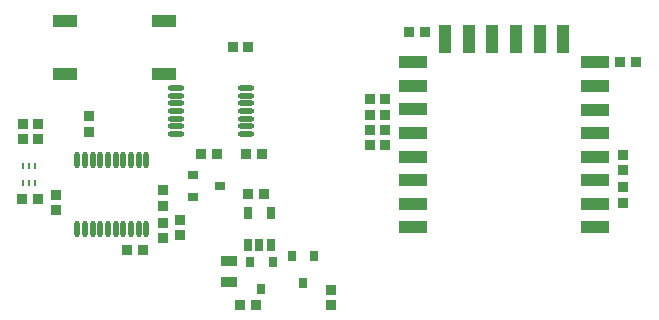
<source format=gbr>
%TF.GenerationSoftware,Altium Limited,Altium Designer,20.1.8 (145)*%
G04 Layer_Color=12040119*
%FSLAX45Y45*%
%MOMM*%
%TF.SameCoordinates,106D5BB1-83B8-4C97-8579-1C7B844FC3FF*%
%TF.FilePolarity,Positive*%
%TF.FileFunction,Paste,Top*%
%TF.Part,Single*%
G01*
G75*
%TA.AperFunction,SMDPad,CuDef*%
%ADD10O,1.40000X0.45000*%
G04:AMPARAMS|DCode=11|XSize=0.85mm|YSize=0.9mm|CornerRadius=0.0425mm|HoleSize=0mm|Usage=FLASHONLY|Rotation=270.000|XOffset=0mm|YOffset=0mm|HoleType=Round|Shape=RoundedRectangle|*
%AMROUNDEDRECTD11*
21,1,0.85000,0.81500,0,0,270.0*
21,1,0.76500,0.90000,0,0,270.0*
1,1,0.08500,-0.40750,-0.38250*
1,1,0.08500,-0.40750,0.38250*
1,1,0.08500,0.40750,0.38250*
1,1,0.08500,0.40750,-0.38250*
%
%ADD11ROUNDEDRECTD11*%
G04:AMPARAMS|DCode=13|XSize=0.6mm|YSize=0.9mm|CornerRadius=0.03mm|HoleSize=0mm|Usage=FLASHONLY|Rotation=90.000|XOffset=0mm|YOffset=0mm|HoleType=Round|Shape=RoundedRectangle|*
%AMROUNDEDRECTD13*
21,1,0.60000,0.84000,0,0,90.0*
21,1,0.54000,0.90000,0,0,90.0*
1,1,0.06000,0.42000,0.27000*
1,1,0.06000,0.42000,-0.27000*
1,1,0.06000,-0.42000,-0.27000*
1,1,0.06000,-0.42000,0.27000*
%
%ADD13ROUNDEDRECTD13*%
G04:AMPARAMS|DCode=14|XSize=0.6mm|YSize=0.9mm|CornerRadius=0.03mm|HoleSize=0mm|Usage=FLASHONLY|Rotation=0.000|XOffset=0mm|YOffset=0mm|HoleType=Round|Shape=RoundedRectangle|*
%AMROUNDEDRECTD14*
21,1,0.60000,0.84000,0,0,0.0*
21,1,0.54000,0.90000,0,0,0.0*
1,1,0.06000,0.27000,-0.42000*
1,1,0.06000,-0.27000,-0.42000*
1,1,0.06000,-0.27000,0.42000*
1,1,0.06000,0.27000,0.42000*
%
%ADD14ROUNDEDRECTD14*%
G04:AMPARAMS|DCode=15|XSize=0.25mm|YSize=0.55mm|CornerRadius=0.0125mm|HoleSize=0mm|Usage=FLASHONLY|Rotation=0.000|XOffset=0mm|YOffset=0mm|HoleType=Round|Shape=RoundedRectangle|*
%AMROUNDEDRECTD15*
21,1,0.25000,0.52500,0,0,0.0*
21,1,0.22500,0.55000,0,0,0.0*
1,1,0.02500,0.11250,-0.26250*
1,1,0.02500,-0.11250,-0.26250*
1,1,0.02500,-0.11250,0.26250*
1,1,0.02500,0.11250,0.26250*
%
%ADD15ROUNDEDRECTD15*%
G04:AMPARAMS|DCode=16|XSize=1.275mm|YSize=0.9mm|CornerRadius=0.045mm|HoleSize=0mm|Usage=FLASHONLY|Rotation=180.000|XOffset=0mm|YOffset=0mm|HoleType=Round|Shape=RoundedRectangle|*
%AMROUNDEDRECTD16*
21,1,1.27500,0.81000,0,0,180.0*
21,1,1.18500,0.90000,0,0,180.0*
1,1,0.09000,-0.59250,0.40500*
1,1,0.09000,0.59250,0.40500*
1,1,0.09000,0.59250,-0.40500*
1,1,0.09000,-0.59250,-0.40500*
%
%ADD16ROUNDEDRECTD16*%
G04:AMPARAMS|DCode=17|XSize=0.85mm|YSize=0.85mm|CornerRadius=0.0425mm|HoleSize=0mm|Usage=FLASHONLY|Rotation=90.000|XOffset=0mm|YOffset=0mm|HoleType=Round|Shape=RoundedRectangle|*
%AMROUNDEDRECTD17*
21,1,0.85000,0.76500,0,0,90.0*
21,1,0.76500,0.85000,0,0,90.0*
1,1,0.08500,0.38250,0.38250*
1,1,0.08500,0.38250,-0.38250*
1,1,0.08500,-0.38250,-0.38250*
1,1,0.08500,-0.38250,0.38250*
%
%ADD17ROUNDEDRECTD17*%
G04:AMPARAMS|DCode=18|XSize=0.85mm|YSize=0.85mm|CornerRadius=0.0425mm|HoleSize=0mm|Usage=FLASHONLY|Rotation=0.000|XOffset=0mm|YOffset=0mm|HoleType=Round|Shape=RoundedRectangle|*
%AMROUNDEDRECTD18*
21,1,0.85000,0.76500,0,0,0.0*
21,1,0.76500,0.85000,0,0,0.0*
1,1,0.08500,0.38250,-0.38250*
1,1,0.08500,-0.38250,-0.38250*
1,1,0.08500,-0.38250,0.38250*
1,1,0.08500,0.38250,0.38250*
%
%ADD18ROUNDEDRECTD18*%
%ADD19O,0.45000X1.40000*%
%TA.AperFunction,ConnectorPad*%
G04:AMPARAMS|DCode=20|XSize=1.1mm|YSize=2.3mm|CornerRadius=0.0055mm|HoleSize=0mm|Usage=FLASHONLY|Rotation=270.000|XOffset=0mm|YOffset=0mm|HoleType=Round|Shape=RoundedRectangle|*
%AMROUNDEDRECTD20*
21,1,1.10000,2.28900,0,0,270.0*
21,1,1.08900,2.30000,0,0,270.0*
1,1,0.01100,-1.14450,-0.54450*
1,1,0.01100,-1.14450,0.54450*
1,1,0.01100,1.14450,0.54450*
1,1,0.01100,1.14450,-0.54450*
%
%ADD20ROUNDEDRECTD20*%
G04:AMPARAMS|DCode=21|XSize=1.1mm|YSize=2.3mm|CornerRadius=0.0055mm|HoleSize=0mm|Usage=FLASHONLY|Rotation=0.000|XOffset=0mm|YOffset=0mm|HoleType=Round|Shape=RoundedRectangle|*
%AMROUNDEDRECTD21*
21,1,1.10000,2.28900,0,0,0.0*
21,1,1.08900,2.30000,0,0,0.0*
1,1,0.01100,0.54450,-1.14450*
1,1,0.01100,-0.54450,-1.14450*
1,1,0.01100,-0.54450,1.14450*
1,1,0.01100,0.54450,1.14450*
%
%ADD21ROUNDEDRECTD21*%
%TA.AperFunction,SMDPad,CuDef*%
G04:AMPARAMS|DCode=22|XSize=2.1mm|YSize=1mm|CornerRadius=0.05mm|HoleSize=0mm|Usage=FLASHONLY|Rotation=180.000|XOffset=0mm|YOffset=0mm|HoleType=Round|Shape=RoundedRectangle|*
%AMROUNDEDRECTD22*
21,1,2.10000,0.90000,0,0,180.0*
21,1,2.00000,1.00000,0,0,180.0*
1,1,0.10000,-1.00000,0.45000*
1,1,0.10000,1.00000,0.45000*
1,1,0.10000,1.00000,-0.45000*
1,1,0.10000,-1.00000,-0.45000*
%
%ADD22ROUNDEDRECTD22*%
G04:AMPARAMS|DCode=23|XSize=0.6mm|YSize=1.05mm|CornerRadius=0.03mm|HoleSize=0mm|Usage=FLASHONLY|Rotation=180.000|XOffset=0mm|YOffset=0mm|HoleType=Round|Shape=RoundedRectangle|*
%AMROUNDEDRECTD23*
21,1,0.60000,0.99000,0,0,180.0*
21,1,0.54000,1.05000,0,0,180.0*
1,1,0.06000,-0.27000,0.49500*
1,1,0.06000,0.27000,0.49500*
1,1,0.06000,0.27000,-0.49500*
1,1,0.06000,-0.27000,-0.49500*
%
%ADD23ROUNDEDRECTD23*%
D10*
X1522800Y1928660D02*
D03*
Y1863660D02*
D03*
Y1798660D02*
D03*
Y1733660D02*
D03*
Y2058660D02*
D03*
Y1993660D02*
D03*
Y1668660D02*
D03*
X2112800Y2058660D02*
D03*
Y1993660D02*
D03*
Y1928660D02*
D03*
Y1863660D02*
D03*
Y1798660D02*
D03*
Y1733660D02*
D03*
Y1668660D02*
D03*
D11*
X2112810Y1504400D02*
D03*
X2247810D02*
D03*
X1734620D02*
D03*
X1869620D02*
D03*
X3630225Y2531241D02*
D03*
X3495225D02*
D03*
X2058205Y218440D02*
D03*
X2193205D02*
D03*
X2129370Y1163320D02*
D03*
X2264370Y1163320D02*
D03*
X5417191Y2275629D02*
D03*
X5282192D02*
D03*
X1237620Y683268D02*
D03*
X1102620D02*
D03*
D13*
X1663000Y1325600D02*
D03*
Y1135600D02*
D03*
X1893000Y1230600D02*
D03*
D14*
X2595880Y408660D02*
D03*
X2500880Y638660D02*
D03*
X2690880D02*
D03*
X2337150Y589061D02*
D03*
X2147150D02*
D03*
X2242150Y359061D02*
D03*
D15*
X326868Y1251364D02*
D03*
X276868D02*
D03*
X226868D02*
D03*
Y1396364D02*
D03*
X276868D02*
D03*
X326868D02*
D03*
D16*
X1968491Y591980D02*
D03*
Y416740D02*
D03*
D17*
X1997419Y2406359D02*
D03*
X2127419D02*
D03*
X3159414Y1573089D02*
D03*
X3289414D02*
D03*
X3159414Y1962609D02*
D03*
X3289414D02*
D03*
Y1702929D02*
D03*
X3159414D02*
D03*
X3289414Y1832769D02*
D03*
X3159414D02*
D03*
X354328Y1627632D02*
D03*
X224328D02*
D03*
X224327Y1757277D02*
D03*
X354327D02*
D03*
X348853Y1122680D02*
D03*
X218853D02*
D03*
D18*
X1412580Y917970D02*
D03*
Y787970D02*
D03*
X2831820Y351068D02*
D03*
Y221068D02*
D03*
X5307669Y1490769D02*
D03*
Y1360769D02*
D03*
X783680Y1690605D02*
D03*
Y1820605D02*
D03*
X1548835Y943370D02*
D03*
Y813370D02*
D03*
X1412580Y1192806D02*
D03*
Y1062806D02*
D03*
X5307669Y1219130D02*
D03*
Y1089130D02*
D03*
X504190Y1152525D02*
D03*
Y1022525D02*
D03*
D19*
X682780Y868300D02*
D03*
X747780D02*
D03*
X812780D02*
D03*
X877780D02*
D03*
X942780D02*
D03*
X1007780D02*
D03*
X1072780D02*
D03*
X1137780D02*
D03*
X1202780D02*
D03*
X1267780D02*
D03*
X682780Y1453300D02*
D03*
X747780D02*
D03*
X812780D02*
D03*
X877780D02*
D03*
X942780D02*
D03*
X1007780D02*
D03*
X1072780D02*
D03*
X1137780D02*
D03*
X1202780D02*
D03*
X1267780D02*
D03*
D20*
X5066577Y878629D02*
D03*
Y2074969D02*
D03*
X3524477Y2278169D02*
D03*
X5066577Y1076749D02*
D03*
Y1277409D02*
D03*
Y1475529D02*
D03*
Y1678729D02*
D03*
Y1876849D02*
D03*
Y2275629D02*
D03*
X3524477Y2077509D02*
D03*
Y1879389D02*
D03*
X3527017Y1678729D02*
D03*
Y1478069D02*
D03*
Y1279949D02*
D03*
Y1076749D02*
D03*
Y878629D02*
D03*
D21*
X4797177Y2473909D02*
D03*
X4599057D02*
D03*
X4400937D02*
D03*
X4197737D02*
D03*
X3999617D02*
D03*
X3796417D02*
D03*
D22*
X580000Y2625000D02*
D03*
X1420000D02*
D03*
X580000Y2175000D02*
D03*
X1420000D02*
D03*
D23*
X2129370Y733991D02*
D03*
X2224370Y733991D02*
D03*
X2319370Y733991D02*
D03*
Y1003991D02*
D03*
X2129370D02*
D03*
%TF.MD5,bc9ffc863f21717456a6c4abe439e8b1*%
M02*

</source>
